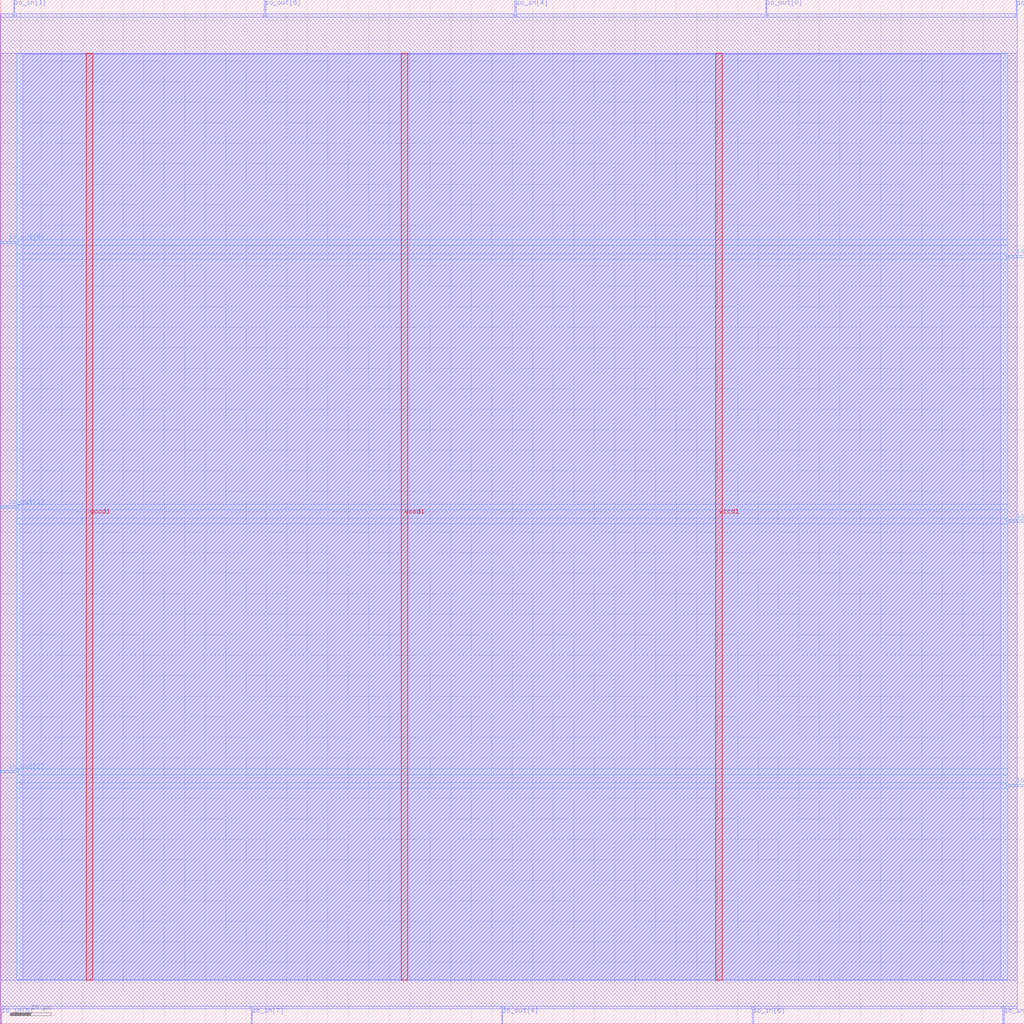
<source format=lef>
VERSION 5.7 ;
  NOWIREEXTENSIONATPIN ON ;
  DIVIDERCHAR "/" ;
  BUSBITCHARS "[]" ;
MACRO user_module
  CLASS BLOCK ;
  FOREIGN user_module ;
  ORIGIN 0.000 0.000 ;
  SIZE 250.000 BY 250.000 ;
  PIN io_in[0]
    DIRECTION INPUT ;
    USE SIGNAL ;
    PORT
      LAYER met3 ;
        RECT 246.000 122.440 250.000 123.040 ;
    END
  END io_in[0]
  PIN io_in[1]
    DIRECTION INPUT ;
    USE SIGNAL ;
    PORT
      LAYER met2 ;
        RECT 3.310 246.000 3.590 250.000 ;
    END
  END io_in[1]
  PIN io_in[2]
    DIRECTION INPUT ;
    USE SIGNAL ;
    PORT
      LAYER met3 ;
        RECT 246.000 187.040 250.000 187.640 ;
    END
  END io_in[2]
  PIN io_in[3]
    DIRECTION INPUT ;
    USE SIGNAL ;
    PORT
      LAYER met2 ;
        RECT 244.810 0.000 245.090 4.000 ;
    END
  END io_in[3]
  PIN io_in[4]
    DIRECTION INPUT ;
    USE SIGNAL ;
    PORT
      LAYER met2 ;
        RECT 125.670 246.000 125.950 250.000 ;
    END
  END io_in[4]
  PIN io_in[5]
    DIRECTION INPUT ;
    USE SIGNAL ;
    PORT
      LAYER met2 ;
        RECT 0.090 0.000 0.370 4.000 ;
    END
  END io_in[5]
  PIN io_in[6]
    DIRECTION INPUT ;
    USE SIGNAL ;
    PORT
      LAYER met2 ;
        RECT 183.630 0.000 183.910 4.000 ;
    END
  END io_in[6]
  PIN io_in[7]
    DIRECTION INPUT ;
    USE SIGNAL ;
    PORT
      LAYER met2 ;
        RECT 61.270 0.000 61.550 4.000 ;
    END
  END io_in[7]
  PIN io_out[0]
    DIRECTION OUTPUT TRISTATE ;
    USE SIGNAL ;
    PORT
      LAYER met2 ;
        RECT 186.850 246.000 187.130 250.000 ;
    END
  END io_out[0]
  PIN io_out[1]
    DIRECTION OUTPUT TRISTATE ;
    USE SIGNAL ;
    PORT
      LAYER met3 ;
        RECT 0.000 61.240 4.000 61.840 ;
    END
  END io_out[1]
  PIN io_out[2]
    DIRECTION OUTPUT TRISTATE ;
    USE SIGNAL ;
    PORT
      LAYER met3 ;
        RECT 0.000 125.840 4.000 126.440 ;
    END
  END io_out[2]
  PIN io_out[3]
    DIRECTION OUTPUT TRISTATE ;
    USE SIGNAL ;
    PORT
      LAYER met2 ;
        RECT 248.030 246.000 248.310 250.000 ;
    END
  END io_out[3]
  PIN io_out[4]
    DIRECTION OUTPUT TRISTATE ;
    USE SIGNAL ;
    PORT
      LAYER met2 ;
        RECT 122.450 0.000 122.730 4.000 ;
    END
  END io_out[4]
  PIN io_out[5]
    DIRECTION OUTPUT TRISTATE ;
    USE SIGNAL ;
    PORT
      LAYER met3 ;
        RECT 0.000 190.440 4.000 191.040 ;
    END
  END io_out[5]
  PIN io_out[6]
    DIRECTION OUTPUT TRISTATE ;
    USE SIGNAL ;
    PORT
      LAYER met2 ;
        RECT 64.490 246.000 64.770 250.000 ;
    END
  END io_out[6]
  PIN io_out[7]
    DIRECTION OUTPUT TRISTATE ;
    USE SIGNAL ;
    PORT
      LAYER met3 ;
        RECT 246.000 57.840 250.000 58.440 ;
    END
  END io_out[7]
  PIN vccd1
    DIRECTION INOUT ;
    USE POWER ;
    PORT
      LAYER met4 ;
        RECT 21.040 10.640 22.640 236.880 ;
    END
    PORT
      LAYER met4 ;
        RECT 174.640 10.640 176.240 236.880 ;
    END
  END vccd1
  PIN vssd1
    DIRECTION INOUT ;
    USE GROUND ;
    PORT
      LAYER met4 ;
        RECT 97.840 10.640 99.440 236.880 ;
    END
  END vssd1
  OBS
      LAYER li1 ;
        RECT 5.520 10.795 244.260 236.725 ;
      LAYER met1 ;
        RECT 0.070 10.640 248.330 236.880 ;
      LAYER met2 ;
        RECT 0.100 245.720 3.030 246.570 ;
        RECT 3.870 245.720 64.210 246.570 ;
        RECT 65.050 245.720 125.390 246.570 ;
        RECT 126.230 245.720 186.570 246.570 ;
        RECT 187.410 245.720 247.750 246.570 ;
        RECT 0.100 4.280 248.300 245.720 ;
        RECT 0.650 3.670 60.990 4.280 ;
        RECT 61.830 3.670 122.170 4.280 ;
        RECT 123.010 3.670 183.350 4.280 ;
        RECT 184.190 3.670 244.530 4.280 ;
        RECT 245.370 3.670 248.300 4.280 ;
      LAYER met3 ;
        RECT 4.000 191.440 246.000 236.805 ;
        RECT 4.400 190.040 246.000 191.440 ;
        RECT 4.000 188.040 246.000 190.040 ;
        RECT 4.000 186.640 245.600 188.040 ;
        RECT 4.000 126.840 246.000 186.640 ;
        RECT 4.400 125.440 246.000 126.840 ;
        RECT 4.000 123.440 246.000 125.440 ;
        RECT 4.000 122.040 245.600 123.440 ;
        RECT 4.000 62.240 246.000 122.040 ;
        RECT 4.400 60.840 246.000 62.240 ;
        RECT 4.000 58.840 246.000 60.840 ;
        RECT 4.000 57.440 245.600 58.840 ;
        RECT 4.000 10.715 246.000 57.440 ;
  END
END user_module
END LIBRARY


</source>
